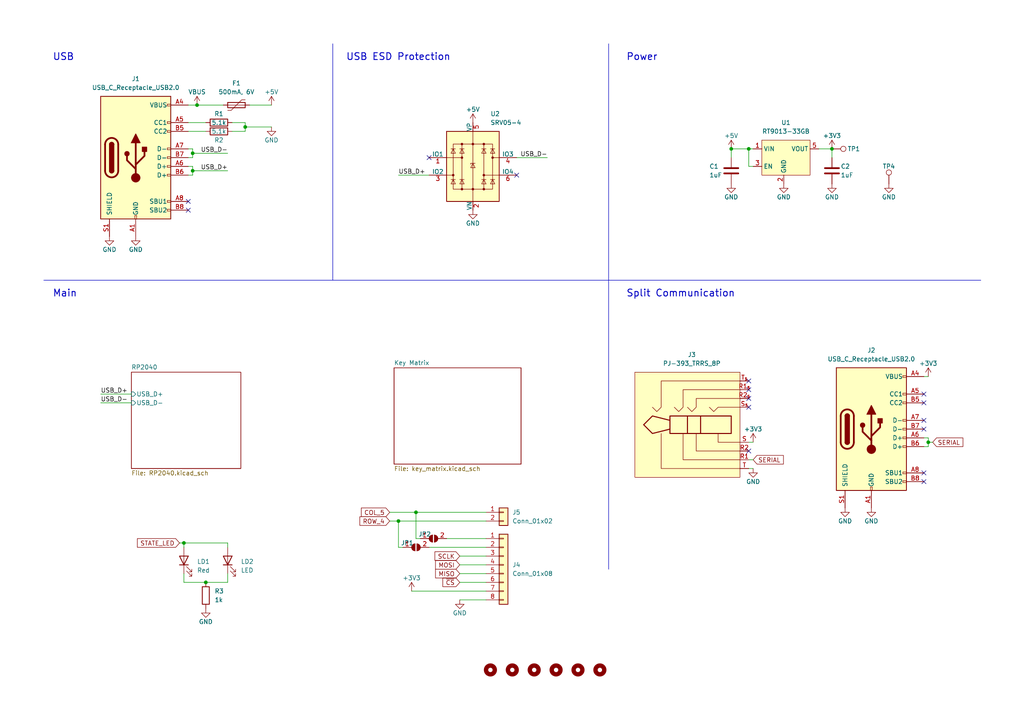
<source format=kicad_sch>
(kicad_sch (version 20230121) (generator eeschema)
  (paper "A4")
  (title_block (title "ErgoSNM Keyboard - Right") (rev "2.1") (comment 1 "Open source hardware, CERN-OHL-P v2") (comment 2 "https://github.com/ziteh/ergo-snm-keyboard"))
  (lib_symbols
    (symbol "Connector:TestPoint" (pin_numbers hide) (pin_names (offset 0.762) hide)
      (property "Reference" "TP" (at 0 6.858 0))
      (property "Value" "TestPoint" (at 0 5.08 0))
      (symbol "TestPoint_0_1"
        (circle (center 0 3.302) (radius 0.762))
      )
      (symbol "TestPoint_1_1"
        (pin passive line (at 0 0 90) (length 2.54) (name "1") (number "1"))
      )
    )
    (symbol "Connector:USB_C_Receptacle_USB2.0" (pin_names (offset 1.016))
      (property "Reference" "J" (at -10.16 19.05 0))
      (property "Value" "USB_C_Receptacle_USB2.0" (at 19.05 19.05 0))
      (symbol "USB_C_Receptacle_USB2.0_0_0"
        (rectangle (start -0.254 -17.78) (end 0.254 -16.764))
        (rectangle (start 10.16 -14.986) (end 9.144 -15.494))
        (rectangle (start 10.16 -12.446) (end 9.144 -12.954))
        (rectangle (start 10.16 -4.826) (end 9.144 -5.334))
        (rectangle (start 10.16 -2.286) (end 9.144 -2.794))
        (rectangle (start 10.16 0.254) (end 9.144 -0.254))
        (rectangle (start 10.16 2.794) (end 9.144 2.286))
        (rectangle (start 10.16 7.874) (end 9.144 7.366))
        (rectangle (start 10.16 10.414) (end 9.144 9.906))
        (rectangle (start 10.16 15.494) (end 9.144 14.986))
      )
      (symbol "USB_C_Receptacle_USB2.0_0_1"
        (rectangle (start -10.16 17.78) (end 10.16 -17.78) (stroke (width 0.254)) (fill (type background)))
        (arc (start -8.89 -3.81) (mid -6.985 -5.7067) (end -5.08 -3.81) (stroke (width 0.508)))
        (arc (start -7.62 -3.81) (mid -6.985 -4.4423) (end -6.35 -3.81) (stroke (width 0.254)))
        (arc (start -7.62 -3.81) (mid -6.985 -4.4423) (end -6.35 -3.81) (stroke (width 0.254)) (fill (type outline)))
        (rectangle (start -7.62 -3.81) (end -6.35 3.81) (stroke (width 0.254)) (fill (type outline)))
        (arc (start -6.35 3.81) (mid -6.985 4.4423) (end -7.62 3.81) (stroke (width 0.254)))
        (arc (start -6.35 3.81) (mid -6.985 4.4423) (end -7.62 3.81) (stroke (width 0.254)) (fill (type outline)))
        (arc (start -5.08 3.81) (mid -6.985 5.7067) (end -8.89 3.81) (stroke (width 0.508)))
        (circle (center -2.54 1.143) (radius 0.635) (stroke (width 0.254)) (fill (type outline)))
        (circle (center 0 -5.842) (radius 1.27) (fill (type outline)))
        (polyline (pts (xy -8.89 -3.81) (xy -8.89 3.81)) (stroke (width 0.508)))
        (polyline (pts (xy -5.08 3.81) (xy -5.08 -3.81)) (stroke (width 0.508)))
        (polyline (pts (xy 0 -5.842) (xy 0 4.318)) (stroke (width 0.508)))
        (polyline (pts (xy 0 -3.302) (xy -2.54 -0.762) (xy -2.54 0.508)) (stroke (width 0.508)))
        (polyline (pts (xy 0 -2.032) (xy 2.54 0.508) (xy 2.54 1.778)) (stroke (width 0.508)))
        (polyline (pts (xy -1.27 4.318) (xy 0 6.858) (xy 1.27 4.318) (xy -1.27 4.318)) (stroke (width 0.254)) (fill (type outline)))
        (rectangle (start 1.905 1.778) (end 3.175 3.048) (stroke (width 0.254)) (fill (type outline)))
      )
      (symbol "USB_C_Receptacle_USB2.0_1_1"
        (pin passive line (at 0 -22.86 90) (length 5.08) (name "GND") (number "A1"))
        (pin passive line (at 0 -22.86 90) (length 5.08) hide (name "GND") (number "A12"))
        (pin passive line (at 15.24 15.24 180) (length 5.08) (name "VBUS") (number "A4"))
        (pin bidirectional line (at 15.24 10.16 180) (length 5.08) (name "CC1") (number "A5"))
        (pin bidirectional line (at 15.24 -2.54 180) (length 5.08) (name "D+") (number "A6"))
        (pin bidirectional line (at 15.24 2.54 180) (length 5.08) (name "D-") (number "A7"))
        (pin bidirectional line (at 15.24 -12.7 180) (length 5.08) (name "SBU1") (number "A8"))
        (pin passive line (at 15.24 15.24 180) (length 5.08) hide (name "VBUS") (number "A9"))
        (pin passive line (at 0 -22.86 90) (length 5.08) hide (name "GND") (number "B1"))
        (pin passive line (at 0 -22.86 90) (length 5.08) hide (name "GND") (number "B12"))
        (pin passive line (at 15.24 15.24 180) (length 5.08) hide (name "VBUS") (number "B4"))
        (pin bidirectional line (at 15.24 7.62 180) (length 5.08) (name "CC2") (number "B5"))
        (pin bidirectional line (at 15.24 -5.08 180) (length 5.08) (name "D+") (number "B6"))
        (pin bidirectional line (at 15.24 0 180) (length 5.08) (name "D-") (number "B7"))
        (pin bidirectional line (at 15.24 -15.24 180) (length 5.08) (name "SBU2") (number "B8"))
        (pin passive line (at 15.24 15.24 180) (length 5.08) hide (name "VBUS") (number "B9"))
        (pin passive line (at -7.62 -22.86 90) (length 5.08) (name "SHIELD") (number "S1"))
      )
    )
    (symbol "Connector_Generic:Conn_01x02" (pin_names (offset 1.016) hide)
      (property "Reference" "J" (at 0 2.54 0))
      (property "Value" "Conn_01x02" (at 0 -5.08 0))
      (symbol "Conn_01x02_1_1"
        (rectangle (start -1.27 -2.413) (end 0 -2.667) (stroke (width 0.1524)))
        (rectangle (start -1.27 0.127) (end 0 -0.127) (stroke (width 0.1524)))
        (rectangle (start -1.27 1.27) (end 1.27 -3.81) (stroke (width 0.254)) (fill (type background)))
        (pin passive line (at -5.08 0 0) (length 3.81) (name "Pin_1") (number "1"))
        (pin passive line (at -5.08 -2.54 0) (length 3.81) (name "Pin_2") (number "2"))
      )
    )
    (symbol "Connector_Generic:Conn_01x08" (pin_names (offset 1.016) hide)
      (property "Reference" "J" (at 0 10.16 0))
      (property "Value" "Conn_01x08" (at 0 -12.7 0))
      (symbol "Conn_01x08_1_1"
        (rectangle (start -1.27 -10.033) (end 0 -10.287) (stroke (width 0.1524)))
        (rectangle (start -1.27 -7.493) (end 0 -7.747) (stroke (width 0.1524)))
        (rectangle (start -1.27 -4.953) (end 0 -5.207) (stroke (width 0.1524)))
        (rectangle (start -1.27 -2.413) (end 0 -2.667) (stroke (width 0.1524)))
        (rectangle (start -1.27 0.127) (end 0 -0.127) (stroke (width 0.1524)))
        (rectangle (start -1.27 2.667) (end 0 2.413) (stroke (width 0.1524)))
        (rectangle (start -1.27 5.207) (end 0 4.953) (stroke (width 0.1524)))
        (rectangle (start -1.27 7.747) (end 0 7.493) (stroke (width 0.1524)))
        (rectangle (start -1.27 8.89) (end 1.27 -11.43) (stroke (width 0.254)) (fill (type background)))
        (pin passive line (at -5.08 7.62 0) (length 3.81) (name "Pin_1") (number "1"))
        (pin passive line (at -5.08 5.08 0) (length 3.81) (name "Pin_2") (number "2"))
        (pin passive line (at -5.08 2.54 0) (length 3.81) (name "Pin_3") (number "3"))
        (pin passive line (at -5.08 0 0) (length 3.81) (name "Pin_4") (number "4"))
        (pin passive line (at -5.08 -2.54 0) (length 3.81) (name "Pin_5") (number "5"))
        (pin passive line (at -5.08 -5.08 0) (length 3.81) (name "Pin_6") (number "6"))
        (pin passive line (at -5.08 -7.62 0) (length 3.81) (name "Pin_7") (number "7"))
        (pin passive line (at -5.08 -10.16 0) (length 3.81) (name "Pin_8") (number "8"))
      )
    )
    (symbol "Device:C" (pin_numbers hide) (pin_names (offset 0.254))
      (property "Reference" "C" (at 0.635 2.54 0))
      (property "Value" "C" (at 0.635 -2.54 0))
      (symbol "C_0_1"
        (polyline (pts (xy -2.032 -0.762) (xy 2.032 -0.762)) (stroke (width 0.508)))
        (polyline (pts (xy -2.032 0.762) (xy 2.032 0.762)) (stroke (width 0.508)))
      )
      (symbol "C_1_1"
        (pin passive line (at 0 3.81 270) (length 2.794) (name "~") (number "1"))
        (pin passive line (at 0 -3.81 90) (length 2.794) (name "~") (number "2"))
      )
    )
    (symbol "Device:LED" (pin_numbers hide) (pin_names (offset 1.016) hide)
      (property "Reference" "D" (at 0 2.54 0))
      (property "Value" "LED" (at 0 -2.54 0))
      (symbol "LED_0_1"
        (polyline (pts (xy -1.27 -1.27) (xy -1.27 1.27)) (stroke (width 0.254)))
        (polyline (pts (xy -1.27 0) (xy 1.27 0)))
        (polyline (pts (xy 1.27 -1.27) (xy 1.27 1.27) (xy -1.27 0) (xy 1.27 -1.27)) (stroke (width 0.254)))
        (polyline (pts (xy -3.048 -0.762) (xy -4.572 -2.286) (xy -3.81 -2.286) (xy -4.572 -2.286) (xy -4.572 -1.524)))
        (polyline (pts (xy -1.778 -0.762) (xy -3.302 -2.286) (xy -2.54 -2.286) (xy -3.302 -2.286) (xy -3.302 -1.524)))
      )
      (symbol "LED_1_1"
        (pin passive line (at -3.81 0 0) (length 2.54) (name "K") (number "1"))
        (pin passive line (at 3.81 0 180) (length 2.54) (name "A") (number "2"))
      )
    )
    (symbol "Device:Polyfuse" (pin_numbers hide) (pin_names (offset 0))
      (property "Reference" "F" (at -2.54 0 90))
      (property "Value" "Polyfuse" (at 2.54 0 90))
      (symbol "Polyfuse_0_1"
        (rectangle (start -0.762 2.54) (end 0.762 -2.54) (stroke (width 0.254)))
        (polyline (pts (xy 0 2.54) (xy 0 -2.54)))
        (polyline (pts (xy -1.524 2.54) (xy -1.524 1.524) (xy 1.524 -1.524) (xy 1.524 -2.54)))
      )
      (symbol "Polyfuse_1_1"
        (pin passive line (at 0 3.81 270) (length 1.27) (name "~") (number "1"))
        (pin passive line (at 0 -3.81 90) (length 1.27) (name "~") (number "2"))
      )
    )
    (symbol "Device:R" (pin_numbers hide) (pin_names (offset 0))
      (property "Reference" "R" (at 2.032 0 90))
      (property "Value" "R" (at 0 0 90))
      (symbol "R_0_1"
        (rectangle (start -1.016 -2.54) (end 1.016 2.54) (stroke (width 0.254)))
      )
      (symbol "R_1_1"
        (pin passive line (at 0 3.81 270) (length 1.27) (name "~") (number "1"))
        (pin passive line (at 0 -3.81 90) (length 1.27) (name "~") (number "2"))
      )
    )
    (symbol "ErgoSNM_Keyboard_Library:PJ-393_TRRS_8P"
      (property "Reference" "TRRS" (at 0 -17.78 0))
      (property "Value" "PJ-393_TRRS_8P" (at 1.905 -19.685 0))
      (symbol "PJ-393_TRRS_8P_0_0"
        (pin bidirectional line (at 16.51 10.16 180) (length 2.54) (name "") (number "R1_{s}"))
        (pin bidirectional line (at 16.51 -7.62 180) (length 2.54) (name "") (number "R2"))
        (pin bidirectional line (at 16.51 7.62 180) (length 2.54) (name "") (number "R2_{s}"))
        (pin bidirectional line (at 16.51 -5.08 180) (length 2.54) (name "") (number "S"))
        (pin bidirectional line (at 16.51 5.08 180) (length 2.54) (name "") (number "S_{s}"))
        (pin bidirectional line (at 16.51 -12.7 180) (length 2.54) (name "") (number "T"))
        (pin bidirectional line (at 16.51 12.7 180) (length 2.54) (name "") (number "T_{s}"))
      )
      (symbol "PJ-393_TRRS_8P_0_1"
        (rectangle (start -16.51 15.24) (end 13.97 -15.24) (fill (type background)))
        (polyline (pts (xy -6.35 1.27) (xy -6.35 -1.27)) (stroke (width 0.3)))
        (polyline (pts (xy -1.27 2.54) (xy -1.27 -2.54)) (stroke (width 0.3)))
        (polyline (pts (xy 2.54 2.54) (xy 2.54 -2.54)) (stroke (width 0.3)))
        (polyline (pts (xy 13.97 -12.7) (xy -8.89 -12.7) (xy -8.89 -2.54)))
        (polyline (pts (xy 13.97 -10.16) (xy -2.54 -10.16) (xy -2.54 -2.54)))
        (polyline (pts (xy 13.97 -7.62) (xy 1.27 -7.62) (xy 1.27 -2.54)))
        (polyline (pts (xy 13.97 -5.08) (xy 7.62 -5.08) (xy 7.62 -2.54)))
        (polyline (pts (xy 13.97 5.08) (xy 7.62 5.08) (xy 6.35 3.81) (xy 5.08 5.08)))
        (polyline (pts (xy 13.97 7.62) (xy 1.27 7.62) (xy 1.27 5.08) (xy 0 3.81) (xy -1.27 5.08)))
        (polyline (pts (xy 13.97 10.16) (xy -2.54 10.16) (xy -2.54 5.08) (xy -3.81 3.81) (xy -5.08 5.08)))
        (polyline (pts (xy 13.97 12.7) (xy -8.89 12.7) (xy -8.89 5.08) (xy -10.16 3.81) (xy -11.43 5.08)))
        (polyline (pts (xy -13.97 0) (xy -11.43 2.54) (xy -6.35 1.27) (xy -6.35 2.54) (xy 11.43 2.54) (xy 11.43 -2.54) (xy -6.35 -2.54) (xy -6.35 -1.27) (xy -11.43 -2.54) (xy -13.97 0)) (stroke (width 0.3)))
      )
      (symbol "PJ-393_TRRS_8P_1_1"
        (pin bidirectional line (at 16.51 -10.16 180) (length 2.54) (name "") (number "R1"))
      )
    )
    (symbol "Jumper:SolderJumper_2_Open" (pin_names (offset 0) hide)
      (property "Reference" "JP" (at 0 2.032 0))
      (property "Value" "SolderJumper_2_Open" (at 0 -2.54 0))
      (symbol "SolderJumper_2_Open_0_1"
        (arc (start -0.254 1.016) (mid -1.2656 0) (end -0.254 -1.016))
        (arc (start -0.254 1.016) (mid -1.2656 0) (end -0.254 -1.016) (fill (type outline)))
        (polyline (pts (xy -0.254 1.016) (xy -0.254 -1.016)))
        (polyline (pts (xy 0.254 1.016) (xy 0.254 -1.016)))
        (arc (start 0.254 -1.016) (mid 1.2656 0) (end 0.254 1.016))
        (arc (start 0.254 -1.016) (mid 1.2656 0) (end 0.254 1.016) (fill (type outline)))
      )
      (symbol "SolderJumper_2_Open_1_1"
        (pin passive line (at -3.81 0 0) (length 2.54) (name "A") (number "1"))
        (pin passive line (at 3.81 0 180) (length 2.54) (name "B") (number "2"))
      )
    )
    (symbol "Mechanical:MountingHole" (pin_names (offset 1.016))
      (property "Reference" "H" (at 0 5.08 0))
      (property "Value" "MountingHole" (at 0 3.175 0))
      (symbol "MountingHole_0_1"
        (circle (center 0 0) (radius 1.27) (stroke (width 1.27)))
      )
    )
    (symbol "Power_Protection:SRV05-4" (pin_names (offset 0))
      (property "Reference" "U" (at -5.08 11.43 0))
      (property "Value" "SRV05-4" (at 2.54 11.43 0))
      (symbol "SRV05-4_0_0"
        (rectangle (start -5.715 6.477) (end 5.715 -6.604))
        (polyline (pts (xy -3.175 -6.604) (xy -3.175 6.477)))
        (polyline (pts (xy 3.175 6.477) (xy 3.175 -6.604)))
      )
      (symbol "SRV05-4_0_1"
        (rectangle (start -7.62 10.16) (end 7.62 -10.16) (stroke (width 0.254)) (fill (type background)))
        (circle (center -5.715 -2.54) (radius 0.2794) (fill (type outline)))
        (circle (center -3.175 -6.604) (radius 0.2794) (fill (type outline)))
        (circle (center -3.175 2.54) (radius 0.2794) (fill (type outline)))
        (circle (center -3.175 6.477) (radius 0.2794) (fill (type outline)))
        (circle (center 0 -6.604) (radius 0.2794) (fill (type outline)))
        (polyline (pts (xy -7.747 2.54) (xy -3.175 2.54)))
        (polyline (pts (xy -7.62 -2.54) (xy -5.715 -2.54)))
        (polyline (pts (xy -5.08 -3.81) (xy -6.35 -3.81)))
        (polyline (pts (xy -5.08 5.08) (xy -6.35 5.08)))
        (polyline (pts (xy -2.54 -3.81) (xy -3.81 -3.81)))
        (polyline (pts (xy -2.54 5.08) (xy -3.81 5.08)))
        (polyline (pts (xy 0 10.16) (xy 0 -10.16)))
        (polyline (pts (xy 3.81 -3.81) (xy 2.54 -3.81)))
        (polyline (pts (xy 3.81 5.08) (xy 2.54 5.08)))
        (polyline (pts (xy 6.35 -3.81) (xy 5.08 -3.81)))
        (polyline (pts (xy 6.35 5.08) (xy 5.08 5.08)))
        (polyline (pts (xy 7.62 -2.54) (xy 3.175 -2.54)))
        (polyline (pts (xy 7.62 2.54) (xy 5.715 2.54)))
        (polyline (pts (xy 0.635 0.889) (xy -0.635 0.889) (xy -0.635 0.635)))
        (polyline (pts (xy -5.08 -5.08) (xy -6.35 -5.08) (xy -5.715 -3.81) (xy -5.08 -5.08)))
        (polyline (pts (xy -5.08 3.81) (xy -6.35 3.81) (xy -5.715 5.08) (xy -5.08 3.81)))
        (polyline (pts (xy -2.54 -5.08) (xy -3.81 -5.08) (xy -3.175 -3.81) (xy -2.54 -5.08)))
        (polyline (pts (xy -2.54 3.81) (xy -3.81 3.81) (xy -3.175 5.08) (xy -2.54 3.81)))
        (polyline (pts (xy 0.635 -0.381) (xy -0.635 -0.381) (xy 0 0.889) (xy 0.635 -0.381)))
        (polyline (pts (xy 3.81 -5.08) (xy 2.54 -5.08) (xy 3.175 -3.81) (xy 3.81 -5.08)))
        (polyline (pts (xy 3.81 3.81) (xy 2.54 3.81) (xy 3.175 5.08) (xy 3.81 3.81)))
        (polyline (pts (xy 6.35 -5.08) (xy 5.08 -5.08) (xy 5.715 -3.81) (xy 6.35 -5.08)))
        (polyline (pts (xy 6.35 3.81) (xy 5.08 3.81) (xy 5.715 5.08) (xy 6.35 3.81)))
        (circle (center 0 6.477) (radius 0.2794) (fill (type outline)))
        (circle (center 3.175 -6.604) (radius 0.2794) (fill (type outline)))
        (circle (center 3.175 -2.54) (radius 0.2794) (fill (type outline)))
        (circle (center 3.175 6.477) (radius 0.2794) (fill (type outline)))
        (circle (center 5.715 2.54) (radius 0.2794) (fill (type outline)))
      )
      (symbol "SRV05-4_1_1"
        (pin passive line (at -12.7 2.54 0) (length 5.08) (name "IO1") (number "1"))
        (pin passive line (at 0 -12.7 90) (length 2.54) (name "VN") (number "2"))
        (pin passive line (at -12.7 -2.54 0) (length 5.08) (name "IO2") (number "3"))
        (pin passive line (at 12.7 2.54 180) (length 5.08) (name "IO3") (number "4"))
        (pin passive line (at 0 12.7 270) (length 2.54) (name "VP") (number "5"))
        (pin passive line (at 12.7 -2.54 180) (length 5.08) (name "IO4") (number "6"))
      )
    )
    (symbol "power:+3V3" (power) (pin_names (offset 0))
      (property "Value" "+3V3" (at 0 3.556 0))
      (symbol "+3V3_0_1"
        (polyline (pts (xy -0.762 1.27) (xy 0 2.54)))
        (polyline (pts (xy 0 0) (xy 0 2.54)))
        (polyline (pts (xy 0 2.54) (xy 0.762 1.27)))
      )
      (symbol "+3V3_1_1"
        (pin power_in line (at 0 0 90) (length 0) hide (name "+3V3") (number "1"))
      )
    )
    (symbol "power:+5V" (power) (pin_names (offset 0))
      (property "Value" "+5V" (at 0 3.556 0))
      (symbol "+5V_0_1"
        (polyline (pts (xy -0.762 1.27) (xy 0 2.54)))
        (polyline (pts (xy 0 0) (xy 0 2.54)))
        (polyline (pts (xy 0 2.54) (xy 0.762 1.27)))
      )
      (symbol "+5V_1_1"
        (pin power_in line (at 0 0 90) (length 0) hide (name "+5V") (number "1"))
      )
    )
    (symbol "power:GND" (power) (pin_names (offset 0))
      (property "Value" "GND" (at 0 -3.81 0))
      (symbol "GND_0_1"
        (polyline (pts (xy 0 0) (xy 0 -1.27) (xy 1.27 -1.27) (xy 0 -2.54) (xy -1.27 -1.27) (xy 0 -1.27)))
      )
      (symbol "GND_1_1"
        (pin power_in line (at 0 0 270) (length 0) hide (name "GND") (number "1"))
      )
    )
    (symbol "power:VBUS" (power) (pin_names (offset 0))
      (property "Value" "VBUS" (at 0 3.81 0))
      (symbol "VBUS_0_1"
        (polyline (pts (xy -0.762 1.27) (xy 0 2.54)))
        (polyline (pts (xy 0 0) (xy 0 2.54)))
        (polyline (pts (xy 0 2.54) (xy 0.762 1.27)))
      )
      (symbol "VBUS_1_1"
        (pin power_in line (at 0 0 90) (length 0) hide (name "VBUS") (number "1"))
      )
    )
    (symbol "rp-micro:RT9013-33GB"
      (property "Reference" "U?" (at 0 8.89 0))
      (property "Value" "RT9013-33GB" (at 0 6.35 0))
      (symbol "RT9013-33GB_0_0"
        (pin no_connect non_logic (at 10.16 -2.54 180) (length 2.54) hide (name "NC") (number "4"))
      )
      (symbol "RT9013-33GB_0_1"
        (rectangle (start -6.35 5.08) (end 7.62 -5.08) (fill (type background)))
      )
      (symbol "RT9013-33GB_1_1"
        (pin power_in line (at -8.89 2.54 0) (length 2.54) (name "VIN") (number "1"))
        (pin power_in line (at 0 -7.62 90) (length 2.54) (name "GND") (number "2"))
        (pin input line (at -8.89 -2.54 0) (length 2.54) (name "EN") (number "3"))
        (pin power_out line (at 10.16 2.54 180) (length 2.54) (name "VOUT") (number "5"))
      )
    )
  )
  (junction (at 217.17 43.18))
  (junction (at 57.15 30.48))
  (junction (at 59.69 168.91))
  (junction (at 71.12 36.83))
  (junction (at 53.34 157.48))
  (junction (at 55.88 44.45))
  (junction (at 241.3 43.18))
  (junction (at 115.57 151.13))
  (junction (at 55.88 49.53))
  (junction (at 120.65 148.59))
  (junction (at 212.09 43.18))
  (junction (at 269.24 128.27))
  (no_connect (at 217.17 130.81))
  (no_connect (at 217.17 118.11))
  (no_connect (at 217.17 115.57))
  (no_connect (at 217.17 110.49))
  (no_connect (at 217.17 113.03))
  (no_connect (at 54.61 58.42))
  (no_connect (at 267.97 139.7))
  (no_connect (at 267.97 137.16))
  (no_connect (at 267.97 124.46))
  (no_connect (at 267.97 121.92))
  (no_connect (at 267.97 116.84))
  (no_connect (at 267.97 114.3))
  (no_connect (at 54.61 60.96))
  (no_connect (at 124.46 45.72))
  (no_connect (at 149.86 50.8))
  (wire (pts (xy 269.24 109.22) (xy 267.97 109.22)))
  (wire (pts (xy 212.09 43.18) (xy 217.17 43.18)))
  (wire (pts (xy 115.57 151.13) (xy 113.03 151.13)))
  (wire (pts (xy 119.38 171.45) (xy 140.97 171.45)))
  (wire (pts (xy 71.12 36.83) (xy 71.12 38.1)))
  (wire (pts (xy 59.69 35.56) (xy 54.61 35.56)))
  (wire (pts (xy 140.97 161.29) (xy 133.35 161.29)))
  (wire (pts (xy 115.57 50.8) (xy 124.46 50.8)))
  (wire (pts (xy 269.24 127) (xy 269.24 128.27)))
  (polyline (pts (xy 12.7 81.28) (xy 284.48 81.28)))
  (wire (pts (xy 71.12 35.56) (xy 67.31 35.56)))
  (wire (pts (xy 54.61 50.8) (xy 55.88 50.8)))
  (wire (pts (xy 217.17 43.18) (xy 218.44 43.18)))
  (wire (pts (xy 59.69 168.91) (xy 66.04 168.91)))
  (wire (pts (xy 121.92 156.21) (xy 120.65 156.21)))
  (wire (pts (xy 129.54 156.21) (xy 140.97 156.21)))
  (wire (pts (xy 66.04 166.37) (xy 66.04 168.91)))
  (wire (pts (xy 218.44 48.26) (xy 217.17 48.26)))
  (wire (pts (xy 115.57 151.13) (xy 115.57 158.75)))
  (wire (pts (xy 140.97 168.91) (xy 133.35 168.91)))
  (wire (pts (xy 66.04 157.48) (xy 66.04 158.75)))
  (wire (pts (xy 212.09 43.18) (xy 212.09 45.72)))
  (wire (pts (xy 52.07 157.48) (xy 53.34 157.48)))
  (polyline (pts (xy 176.53 12.7) (xy 176.53 165.1)))
  (wire (pts (xy 54.61 30.48) (xy 57.15 30.48)))
  (wire (pts (xy 115.57 158.75) (xy 116.84 158.75)))
  (wire (pts (xy 115.57 151.13) (xy 140.97 151.13)))
  (wire (pts (xy 140.97 148.59) (xy 120.65 148.59)))
  (wire (pts (xy 267.97 129.54) (xy 269.24 129.54)))
  (wire (pts (xy 218.44 135.89) (xy 217.17 135.89)))
  (wire (pts (xy 269.24 128.27) (xy 270.51 128.27)))
  (wire (pts (xy 218.44 128.27) (xy 217.17 128.27)))
  (wire (pts (xy 53.34 157.48) (xy 66.04 157.48)))
  (wire (pts (xy 71.12 38.1) (xy 67.31 38.1)))
  (wire (pts (xy 55.88 48.26) (xy 55.88 49.53)))
  (wire (pts (xy 54.61 43.18) (xy 55.88 43.18)))
  (wire (pts (xy 140.97 163.83) (xy 133.35 163.83)))
  (wire (pts (xy 55.88 44.45) (xy 55.88 45.72)))
  (wire (pts (xy 29.21 116.84) (xy 38.1 116.84)))
  (wire (pts (xy 237.49 43.18) (xy 241.3 43.18)))
  (wire (pts (xy 54.61 38.1) (xy 59.69 38.1)))
  (wire (pts (xy 140.97 166.37) (xy 133.35 166.37)))
  (wire (pts (xy 53.34 158.75) (xy 53.34 157.48)))
  (wire (pts (xy 55.88 49.53) (xy 66.04 49.53)))
  (wire (pts (xy 59.69 168.91) (xy 53.34 168.91)))
  (wire (pts (xy 55.88 44.45) (xy 66.04 44.45)))
  (wire (pts (xy 54.61 48.26) (xy 55.88 48.26)))
  (wire (pts (xy 217.17 48.26) (xy 217.17 43.18)))
  (wire (pts (xy 269.24 128.27) (xy 269.24 129.54)))
  (wire (pts (xy 55.88 45.72) (xy 54.61 45.72)))
  (wire (pts (xy 241.3 43.18) (xy 241.3 45.72)))
  (wire (pts (xy 120.65 148.59) (xy 113.03 148.59)))
  (wire (pts (xy 55.88 49.53) (xy 55.88 50.8)))
  (wire (pts (xy 158.75 45.72) (xy 149.86 45.72)))
  (wire (pts (xy 53.34 168.91) (xy 53.34 166.37)))
  (wire (pts (xy 120.65 156.21) (xy 120.65 148.59)))
  (wire (pts (xy 217.17 133.35) (xy 218.44 133.35)))
  (wire (pts (xy 55.88 43.18) (xy 55.88 44.45)))
  (wire (pts (xy 78.74 30.48) (xy 72.39 30.48)))
  (wire (pts (xy 140.97 173.99) (xy 133.35 173.99)))
  (wire (pts (xy 71.12 35.56) (xy 71.12 36.83)))
  (polyline (pts (xy 96.52 12.7) (xy 96.52 81.28)))
  (wire (pts (xy 124.46 158.75) (xy 140.97 158.75)))
  (wire (pts (xy 71.12 36.83) (xy 78.74 36.83)))
  (wire (pts (xy 267.97 127) (xy 269.24 127)))
  (wire (pts (xy 29.21 114.3) (xy 38.1 114.3)))
  (wire (pts (xy 64.77 30.48) (xy 57.15 30.48)))
  (text "Split Communication" (at 181.61 86.36 0) (effects (font (size 2 2) (thickness 0.254) bold) (justify left bottom)))
  (text "USB ESD Protection" (at 100.33 17.78 0) (effects (font (size 2 2) (thickness 0.254) bold) (justify left bottom)))
  (text "USB" (at 15.24 17.78 0) (effects (font (size 2 2) (thickness 0.254) bold) (justify left bottom)))
  (text "Main" (at 15.24 86.36 0) (effects (font (size 2 2) (thickness 0.254) bold) (justify left bottom)))
  (text "Power" (at 181.61 17.78 0) (effects (font (size 2 2) (thickness 0.254) bold) (justify left bottom)))
  (label "USB_D-" (at 158.75 45.72 180))
  (label "USB_D+" (at 66.04 49.53 180))
  (label "USB_D-" (at 66.04 44.45 180))
  (label "USB_D+" (at 115.57 50.8 0))
  (label "USB_D+" (at 29.21 114.3 0))
  (label "USB_D-" (at 29.21 116.84 0))
  (global_label "SERIAL" (shape input) (at 218.44 133.35 0) (property "Intersheetrefs" "${INTERSHEET_REFS}" (effects hide)))
  (global_label "MOSI" (shape input) (at 133.35 163.83 180) (property "Intersheetrefs" "${INTERSHEET_REFS}" (effects hide)))
  (global_label "MISO" (shape input) (at 133.35 166.37 180) (property "Intersheetrefs" "${INTERSHEET_REFS}" (effects hide)))
  (global_label "ROW_4" (shape input) (at 113.03 151.13 180) (property "Intersheetrefs" "${INTERSHEET_REFS}" (effects hide)))
  (global_label "SERIAL" (shape input) (at 270.51 128.27 0) (property "Intersheetrefs" "${INTERSHEET_REFS}" (effects hide)))
  (global_label "~{CS}" (shape input) (at 133.35 168.91 180) (property "Intersheetrefs" "${INTERSHEET_REFS}" (effects hide)))
  (global_label "STATE_LED" (shape input) (at 52.07 157.48 180) (property "Intersheetrefs" "${INTERSHEET_REFS}" (effects hide)))
  (global_label "COL_5" (shape input) (at 113.03 148.59 180) (property "Intersheetrefs" "${INTERSHEET_REFS}" (effects hide)))
  (global_label "SCLK" (shape input) (at 133.35 161.29 180) (property "Intersheetrefs" "${INTERSHEET_REFS}" (effects hide)))
  (symbol (lib_id "Device:LED") (at 53.34 162.56 90) (unit 1)
    (property "Reference" "LD1" (at 57.15 162.8774 90) (effects (justify right)))
    (property "Value" "Red" (at 57.15 165.4174 90) (effects (justify right)))
    (property "Footprint" "LED_SMD:LED_0603_1608Metric" (effects hide))
    (property "LCSC" "C2286" (effects hide))
    (property "MFR. Part #" "KT-0603R" (effects hide))
  )
  (symbol (lib_id "power:GND") (at 31.75 68.58 0) (unit 1)
    (property "Reference" "#PWR012" (effects hide))
    (property "Value" "GND" (at 31.75 72.39 0))
  )
  (symbol (lib_id "Mechanical:MountingHole") (at 161.29 194.31 0) (unit 1) (in_bom no)
    (property "Reference" "H4" (effects hide))
    (property "Value" "MountingHole" (effects hide))
    (property "Footprint" "MountingHole:MountingHole_2.2mm_M2" (effects hide))
  )
  (symbol (lib_id "Connector:USB_C_Receptacle_USB2.0") (at 252.73 124.46 0) (unit 1)
    (property "Reference" "J2" (at 252.73 101.6 0))
    (property "Value" "USB_C_Receptacle_USB2.0" (at 252.73 104.14 0))
    (property "Footprint" "Connector_USB:USB_C_Receptacle_HRO_TYPE-C-31-M-12" (effects hide))
    (property "Datasheet" "https://www.usb.org/sites/default/files/documents/usb_type-c.zip" (effects hide))
    (property "MFR. Part #" "TYPE-C-31-M-12" (effects hide))
    (property "LCSC" "C165948" (effects hide))
  )
  (symbol (lib_id "Jumper:SolderJumper_2_Open") (at 120.65 158.75 0) (unit 1)
    (property "Reference" "JP1" (at 118.11 157.48 0))
    (property "Value" "SolderJumper_2_Open" (effects hide))
    (property "Footprint" "Jumper:SolderJumper-2_P1.3mm_Open_TrianglePad1.0x1.5mm" (effects hide))
  )
  (symbol (lib_id "Mechanical:MountingHole") (at 154.94 194.31 0) (unit 1) (in_bom no)
    (property "Reference" "H3" (effects hide))
    (property "Value" "MountingHole" (effects hide))
    (property "Footprint" "MountingHole:MountingHole_2.2mm_M2" (effects hide))
  )
  (symbol (lib_id "Connector:TestPoint") (at 241.3 43.18 270) (unit 1) (in_bom no)
    (property "Reference" "TP1" (at 247.65 43.18 90))
    (property "Value" "TestPoint" (effects hide))
    (property "Footprint" "TestPoint:TestPoint_Pad_D2.5mm" (effects hide))
  )
  (symbol (lib_id "Device:LED") (at 66.04 162.56 90) (unit 1)
    (property "Reference" "LD2" (at 69.85 162.8774 90) (effects (justify right)))
    (property "Value" "LED" (at 69.85 165.4174 90) (effects (justify right)))
    (property "Footprint" "LED_SMD:LED_0805_2012Metric_Pad1.15x1.40mm_HandSolder" (effects hide))
  )
  (symbol (lib_id "power:+5V") (at 137.16 35.56 0) (unit 1)
    (property "Reference" "#PWR03" (effects hide))
    (property "Value" "+5V" (at 137.16 31.75 0))
  )
  (symbol (lib_id "ErgoSNM_Keyboard_Library:PJ-393_TRRS_8P") (at 200.66 123.19 0) (unit 1)
    (property "Reference" "J3" (at 200.66 102.87 0))
    (property "Value" "PJ-393_TRRS_8P" (at 200.66 105.41 0))
    (property "Footprint" "ErgoSNM_Keyboard:PJ-393 8P TRRS" (effects hide))
    (property "LCSC" "C668609" (effects hide))
    (property "MFR. Part #" "PJ-393 8PJ" (effects hide))
  )
  (symbol (lib_id "power:GND") (at 241.3 53.34 0) (unit 1)
    (property "Reference" "#PWR09" (effects hide))
    (property "Value" "GND" (at 241.3 57.15 0))
  )
  (symbol (lib_id "Device:C") (at 212.09 49.53 0) (unit 1)
    (property "Reference" "C1" (at 205.74 48.26 0) (effects (justify left)))
    (property "Value" "1uF" (at 205.74 50.8 0) (effects (justify left)))
    (property "Footprint" "Capacitor_SMD:C_0402_1005Metric" (effects hide))
    (property "MFR. Part #" "CL05A105KA5NQNC" (effects hide))
    (property "LCSC" "C52923" (effects hide))
  )
  (symbol (lib_id "power:GND") (at 137.16 60.96 0) (unit 1)
    (property "Reference" "#PWR011" (effects hide))
    (property "Value" "GND" (at 137.16 64.77 0))
  )
  (symbol (lib_id "Mechanical:MountingHole") (at 148.59 194.31 0) (unit 1) (in_bom no)
    (property "Reference" "H2" (effects hide))
    (property "Value" "MountingHole" (effects hide))
    (property "Footprint" "MountingHole:MountingHole_2.2mm_M2" (effects hide))
  )
  (symbol (lib_id "Jumper:SolderJumper_2_Open") (at 125.73 156.21 0) (unit 1)
    (property "Reference" "JP2" (at 123.19 154.94 0))
    (property "Value" "SolderJumper_2_Open" (effects hide))
    (property "Footprint" "Jumper:SolderJumper-2_P1.3mm_Open_TrianglePad1.0x1.5mm" (effects hide))
  )
  (symbol (lib_id "power:+3V3") (at 241.3 43.18 0) (unit 1)
    (property "Reference" "#PWR06" (effects hide))
    (property "Value" "+3V3" (at 241.3 39.37 0))
  )
  (symbol (lib_id "power:GND") (at 245.11 147.32 0) (unit 1)
    (property "Reference" "#PWR017" (effects hide))
    (property "Value" "GND" (at 245.11 151.13 0))
  )
  (symbol (lib_id "Device:R") (at 63.5 35.56 90) (unit 1)
    (property "Reference" "R1" (at 63.5 33.02 90))
    (property "Value" "5.1k" (at 63.5 35.56 90))
    (property "Footprint" "Resistor_SMD:R_0402_1005Metric" (effects hide))
    (property "MFR. Part #" "0402WGF5101TCE" (effects hide))
    (property "LCSC" "C25905" (effects hide))
  )
  (symbol (lib_id "power:+3V3") (at 269.24 109.22 0) (unit 1)
    (property "Reference" "#PWR014" (effects hide))
    (property "Value" "+3V3" (at 269.24 105.41 0))
  )
  (symbol (lib_id "power:GND") (at 252.73 147.32 0) (unit 1)
    (property "Reference" "#PWR018" (effects hide))
    (property "Value" "GND" (at 252.73 151.13 0))
  )
  (symbol (lib_id "Connector:USB_C_Receptacle_USB2.0") (at 39.37 45.72 0) (unit 1)
    (property "Reference" "J1" (at 39.37 22.86 0))
    (property "Value" "USB_C_Receptacle_USB2.0" (at 39.37 25.4 0))
    (property "Footprint" "Connector_USB:USB_C_Receptacle_HRO_TYPE-C-31-M-12" (effects hide))
    (property "Datasheet" "https://www.usb.org/sites/default/files/documents/usb_type-c.zip" (effects hide))
    (property "MFR. Part #" "TYPE-C-31-M-12" (effects hide))
    (property "LCSC" "C165948" (effects hide))
  )
  (symbol (lib_id "Mechanical:MountingHole") (at 167.64 194.31 0) (unit 1) (in_bom no)
    (property "Reference" "H5" (effects hide))
    (property "Value" "MountingHole" (effects hide))
    (property "Footprint" "MountingHole:MountingHole_2.2mm_M2" (effects hide))
  )
  (symbol (lib_id "power:GND") (at 133.35 173.99 0) (unit 1)
    (property "Reference" "#PWR020" (effects hide))
    (property "Value" "GND" (at 133.35 177.8 0))
  )
  (symbol (lib_id "Mechanical:MountingHole") (at 142.24 194.31 0) (unit 1) (in_bom no)
    (property "Reference" "H1" (effects hide))
    (property "Value" "MountingHole" (effects hide))
    (property "Footprint" "MountingHole:MountingHole_2.2mm_M2" (effects hide))
  )
  (symbol (lib_id "Device:R") (at 63.5 38.1 90) (unit 1)
    (property "Reference" "R2" (at 63.5 40.64 90))
    (property "Value" "5.1k" (at 63.5 38.1 90))
    (property "Footprint" "Resistor_SMD:R_0402_1005Metric" (effects hide))
    (property "MFR. Part #" "0402WGF5101TCE" (effects hide))
    (property "LCSC" "C25905" (effects hide))
  )
  (symbol (lib_id "power:GND") (at 212.09 53.34 0) (unit 1)
    (property "Reference" "#PWR07" (effects hide))
    (property "Value" "GND" (at 212.09 57.15 0))
  )
  (symbol (lib_id "rp-micro:RT9013-33GB") (at 227.33 45.72 0) (unit 1)
    (property "Reference" "U1" (at 227.965 35.56 0))
    (property "Value" "RT9013-33GB" (at 227.965 38.1 0))
    (property "Footprint" "Package_TO_SOT_SMD:SOT-23-5" (effects hide))
    (property "MFR. Part #" "RT9013-33GB" (effects hide))
    (property "LCSC" "C47773" (effects hide))
  )
  (symbol (lib_id "Connector_Generic:Conn_01x02") (at 146.05 148.59 0) (unit 1)
    (property "Reference" "J5" (at 148.59 148.5899 0) (effects (justify left)))
    (property "Value" "Conn_01x02" (at 148.59 151.1299 0) (effects (justify left)))
    (property "Footprint" "Connector_PinHeader_2.54mm:PinHeader_1x02_P2.54mm_Vertical" (effects hide))
  )
  (symbol (lib_id "power:+5V") (at 212.09 43.18 0) (unit 1)
    (property "Reference" "#PWR05" (effects hide))
    (property "Value" "+5V" (at 212.09 39.37 0))
  )
  (symbol (lib_id "Device:Polyfuse") (at 68.58 30.48 90) (unit 1)
    (property "Reference" "F1" (at 68.58 24.13 90))
    (property "Value" "500mA, 6V" (at 68.58 26.67 90))
    (property "Footprint" "Fuse:Fuse_0805_2012Metric" (effects hide))
    (property "MFR. Part #" "SMD0805B050TF" (effects hide))
    (property "LCSC" "C269104" (effects hide))
  )
  (symbol (lib_id "power:GND") (at 218.44 135.89 0) (unit 1)
    (property "Reference" "#PWR016" (effects hide))
    (property "Value" "GND" (at 218.44 139.7 0))
  )
  (symbol (lib_id "power:+3V3") (at 218.44 128.27 0) (unit 1)
    (property "Reference" "#PWR015" (effects hide))
    (property "Value" "+3V3" (at 218.44 124.46 0))
  )
  (symbol (lib_id "power:GND") (at 39.37 68.58 0) (unit 1)
    (property "Reference" "#PWR013" (effects hide))
    (property "Value" "GND" (at 39.37 72.39 0))
  )
  (symbol (lib_id "Connector:TestPoint") (at 257.81 53.34 0) (unit 1) (in_bom no)
    (property "Reference" "TP4" (at 257.81 48.26 0))
    (property "Value" "TestPoint" (effects hide))
    (property "Footprint" "TestPoint:TestPoint_Pad_D2.5mm" (effects hide))
  )
  (symbol (lib_id "Power_Protection:SRV05-4") (at 137.16 48.26 0) (unit 1)
    (property "Reference" "U2" (at 142.24 33.02 0) (effects (justify left)))
    (property "Value" "SRV05-4" (at 142.24 35.56 0) (effects (justify left)))
    (property "Footprint" "Package_TO_SOT_SMD:SOT-23-6" (effects hide))
    (property "Datasheet" "http://www.onsemi.com/pub/Collateral/SRV05-4-D.PDF" (effects hide))
    (property "LCSC" "C85364" (effects hide))
    (property "MFR. Part #" "SRV05-4-P-T7" (effects hide))
  )
  (symbol (lib_id "Device:C") (at 241.3 49.53 0) (unit 1)
    (property "Reference" "C2" (at 243.84 48.26 0) (effects (justify left)))
    (property "Value" "1uF" (at 243.84 50.8 0) (effects (justify left)))
    (property "Footprint" "Capacitor_SMD:C_0402_1005Metric" (effects hide))
    (property "MFR. Part #" "CL05A105KA5NQNC" (effects hide))
    (property "LCSC" "C52923" (effects hide))
  )
  (symbol (lib_id "power:+3V3") (at 119.38 171.45 0) (unit 1)
    (property "Reference" "#PWR0101" (effects hide))
    (property "Value" "+3V3" (at 119.38 167.64 0))
  )
  (symbol (lib_id "power:VBUS") (at 57.15 30.48 0) (unit 1)
    (property "Reference" "#PWR01" (effects hide))
    (property "Value" "VBUS" (at 57.15 26.67 0))
  )
  (symbol (lib_id "power:GND") (at 59.69 176.53 0) (unit 1)
    (property "Reference" "#PWR019" (effects hide))
    (property "Value" "GND" (at 59.69 180.34 0))
  )
  (symbol (lib_id "power:+5V") (at 78.74 30.48 0) (unit 1)
    (property "Reference" "#PWR02" (effects hide))
    (property "Value" "+5V" (at 78.74 26.67 0))
  )
  (symbol (lib_id "Connector_Generic:Conn_01x08") (at 146.05 163.83 0) (unit 1)
    (property "Reference" "J4" (at 148.59 163.8299 0) (effects (justify left)))
    (property "Value" "Conn_01x08" (at 148.59 166.3699 0) (effects (justify left)))
    (property "Footprint" "ErgoSNM_Keyboard:FPC_8P_0.5mm_AFC01-S08FCA-00" (effects hide))
    (property "LCSC" "C265111" (effects hide))
    (property "MFR. Part #" "SM08B-GHS-TB(LF)(SN)" (effects hide))
  )
  (symbol (lib_id "power:GND") (at 78.74 36.83 0) (unit 1)
    (property "Reference" "#PWR04" (effects hide))
    (property "Value" "GND" (at 78.74 40.64 0))
  )
  (symbol (lib_id "Device:R") (at 59.69 172.72 0) (mirror y) (unit 1)
    (property "Reference" "R3" (at 62.23 171.45 0) (effects (justify right)))
    (property "Value" "1k" (at 62.23 173.99 0) (effects (justify right)))
    (property "Footprint" "Resistor_SMD:R_0402_1005Metric" (effects hide))
    (property "MFR. Part #" "0402WGF1001TCE " (effects hide))
    (property "LCSC" "C11702" (effects hide))
  )
  (symbol (lib_id "power:GND") (at 227.33 53.34 0) (unit 1)
    (property "Reference" "#PWR08" (effects hide))
    (property "Value" "GND" (at 227.33 57.15 0))
  )
  (symbol (lib_id "power:GND") (at 257.81 53.34 0) (unit 1)
    (property "Reference" "#PWR010" (effects hide))
    (property "Value" "GND" (at 257.81 57.15 0))
  )
  (symbol (lib_id "Mechanical:MountingHole") (at 173.99 194.31 0) (unit 1) (in_bom no)
    (property "Reference" "H6" (effects hide))
    (property "Value" "MountingHole" (effects hide))
    (property "Footprint" "MountingHole:MountingHole_2.2mm_M2" (effects hide))
  )
  (sheet (at 114.3 106.68) (size 36.83 27.94) (stroke (width 0.1524))
    (property "Sheetname" "Key Matrix" (at 114.3 105.9684 0) (effects (justify left bottom)))
    (property "Sheetfile" "key_matrix.kicad_sch" (at 114.3 135.2046 0) (effects (justify left top)))
  )
  (sheet (at 38.1 107.95) (size 31.75 27.94) (stroke (width 0.1524))
    (property "Sheetname" "RP2040" (at 38.1 107.2384 0) (effects (justify left bottom)))
    (property "Sheetfile" "RP2040.kicad_sch" (at 38.1 136.4746 0) (effects (justify left top)))
    (pin "USB_D+" input (at 38.1 114.3 180))
    (pin "USB_D-" input (at 38.1 116.84 180))
  )
)
</source>
